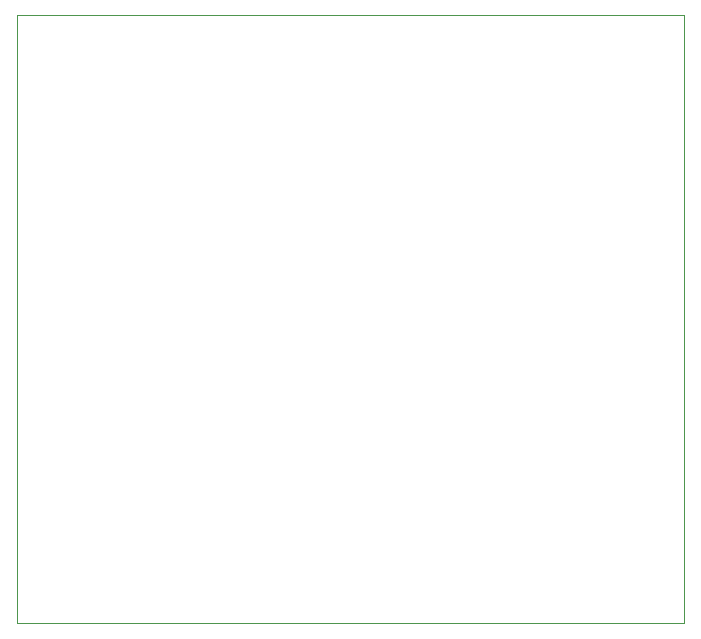
<source format=gbr>
%TF.GenerationSoftware,KiCad,Pcbnew,8.0.6-1.fc40*%
%TF.CreationDate,2025-02-15T15:48:19+01:00*%
%TF.ProjectId,airMouse-keyboard,6169724d-6f75-4736-952d-6b6579626f61,RC1*%
%TF.SameCoordinates,Original*%
%TF.FileFunction,Profile,NP*%
%FSLAX46Y46*%
G04 Gerber Fmt 4.6, Leading zero omitted, Abs format (unit mm)*
G04 Created by KiCad (PCBNEW 8.0.6-1.fc40) date 2025-02-15 15:48:19*
%MOMM*%
%LPD*%
G01*
G04 APERTURE LIST*
%TA.AperFunction,Profile*%
%ADD10C,0.050000*%
%TD*%
G04 APERTURE END LIST*
D10*
X85000000Y-73500000D02*
X141500000Y-73500000D01*
X141500000Y-125000000D01*
X85000000Y-125000000D01*
X85000000Y-73500000D01*
M02*

</source>
